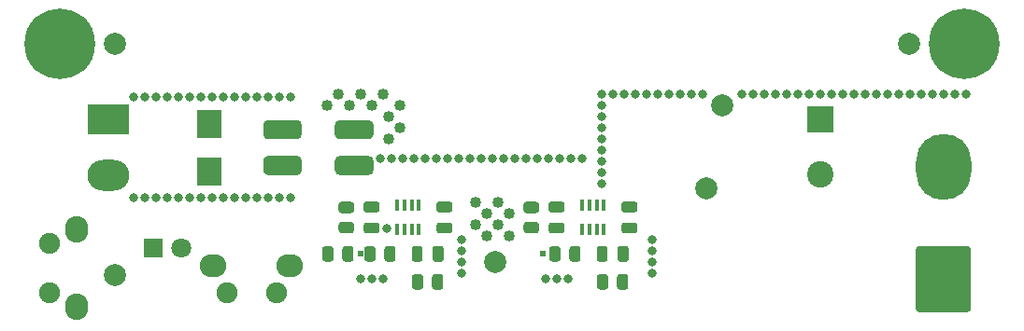
<source format=gts>
%TF.GenerationSoftware,KiCad,Pcbnew,5.1.12-84ad8e8a86~92~ubuntu18.04.1*%
%TF.CreationDate,2023-04-20T21:37:03+02:00*%
%TF.ProjectId,transient-dc-protection,7472616e-7369-4656-9e74-2d64632d7072,rev?*%
%TF.SameCoordinates,Original*%
%TF.FileFunction,Soldermask,Top*%
%TF.FilePolarity,Negative*%
%FSLAX46Y46*%
G04 Gerber Fmt 4.6, Leading zero omitted, Abs format (unit mm)*
G04 Created by KiCad (PCBNEW 5.1.12-84ad8e8a86~92~ubuntu18.04.1) date 2023-04-20 21:37:03*
%MOMM*%
%LPD*%
G01*
G04 APERTURE LIST*
%ADD10C,2.000000*%
%ADD11C,6.400000*%
%ADD12O,5.000000X6.000000*%
%ADD13R,2.400000X2.400000*%
%ADD14C,2.400000*%
%ADD15R,2.300000X2.500000*%
%ADD16R,1.800000X1.800000*%
%ADD17C,1.800000*%
%ADD18R,3.800000X2.800000*%
%ADD19O,3.800000X2.800000*%
%ADD20O,2.400000X2.100000*%
%ADD21C,1.900000*%
%ADD22O,2.100000X2.400000*%
%ADD23R,0.400000X1.060000*%
%ADD24C,0.812800*%
%ADD25C,1.016000*%
%ADD26C,0.609600*%
G04 APERTURE END LIST*
%TO.C,L1*%
G36*
G01*
X22432000Y-12274500D02*
X22432000Y-11399500D01*
G75*
G02*
X22869500Y-10962000I437500J0D01*
G01*
X25494500Y-10962000D01*
G75*
G02*
X25932000Y-11399500I0J-437500D01*
G01*
X25932000Y-12274500D01*
G75*
G02*
X25494500Y-12712000I-437500J0D01*
G01*
X22869500Y-12712000D01*
G75*
G02*
X22432000Y-12274500I0J437500D01*
G01*
G37*
G36*
G01*
X22432000Y-15524500D02*
X22432000Y-14649500D01*
G75*
G02*
X22869500Y-14212000I437500J0D01*
G01*
X25494500Y-14212000D01*
G75*
G02*
X25932000Y-14649500I0J-437500D01*
G01*
X25932000Y-15524500D01*
G75*
G02*
X25494500Y-15962000I-437500J0D01*
G01*
X22869500Y-15962000D01*
G75*
G02*
X22432000Y-15524500I0J437500D01*
G01*
G37*
G36*
G01*
X28932000Y-15524500D02*
X28932000Y-14649500D01*
G75*
G02*
X29369500Y-14212000I437500J0D01*
G01*
X31994500Y-14212000D01*
G75*
G02*
X32432000Y-14649500I0J-437500D01*
G01*
X32432000Y-15524500D01*
G75*
G02*
X31994500Y-15962000I-437500J0D01*
G01*
X29369500Y-15962000D01*
G75*
G02*
X28932000Y-15524500I0J437500D01*
G01*
G37*
G36*
G01*
X28932000Y-12274500D02*
X28932000Y-11399500D01*
G75*
G02*
X29369500Y-10962000I437500J0D01*
G01*
X31994500Y-10962000D01*
G75*
G02*
X32432000Y-11399500I0J-437500D01*
G01*
X32432000Y-12274500D01*
G75*
G02*
X31994500Y-12712000I-437500J0D01*
G01*
X29369500Y-12712000D01*
G75*
G02*
X28932000Y-12274500I0J437500D01*
G01*
G37*
%TD*%
D10*
%TO.C,REF\u002A\u002A*%
X43434000Y-23876000D03*
%TD*%
%TO.C,REF\u002A\u002A*%
X9000000Y-25000000D03*
%TD*%
%TO.C,REF\u002A\u002A*%
X81000000Y-4064000D03*
%TD*%
D11*
%TO.C,REF\u002A\u002A*%
X86000000Y-4000000D03*
%TD*%
%TO.C,REF\u002A\u002A*%
X4000000Y-4000000D03*
%TD*%
D10*
%TO.C,REF\u002A\u002A*%
X9000000Y-4064000D03*
%TD*%
%TO.C,J2*%
G36*
G01*
X86264000Y-28400000D02*
X81884000Y-28400000D01*
G75*
G02*
X81574000Y-28090000I0J310000D01*
G01*
X81574000Y-22710000D01*
G75*
G02*
X81884000Y-22400000I310000J0D01*
G01*
X86264000Y-22400000D01*
G75*
G02*
X86574000Y-22710000I0J-310000D01*
G01*
X86574000Y-28090000D01*
G75*
G02*
X86264000Y-28400000I-310000J0D01*
G01*
G37*
D12*
X84074000Y-15240000D03*
%TD*%
%TO.C,C1*%
G36*
G01*
X31783000Y-20262000D02*
X32733000Y-20262000D01*
G75*
G02*
X32983000Y-20512000I0J-250000D01*
G01*
X32983000Y-21012000D01*
G75*
G02*
X32733000Y-21262000I-250000J0D01*
G01*
X31783000Y-21262000D01*
G75*
G02*
X31533000Y-21012000I0J250000D01*
G01*
X31533000Y-20512000D01*
G75*
G02*
X31783000Y-20262000I250000J0D01*
G01*
G37*
G36*
G01*
X31783000Y-18362000D02*
X32733000Y-18362000D01*
G75*
G02*
X32983000Y-18612000I0J-250000D01*
G01*
X32983000Y-19112000D01*
G75*
G02*
X32733000Y-19362000I-250000J0D01*
G01*
X31783000Y-19362000D01*
G75*
G02*
X31533000Y-19112000I0J250000D01*
G01*
X31533000Y-18612000D01*
G75*
G02*
X31783000Y-18362000I250000J0D01*
G01*
G37*
%TD*%
%TO.C,C2*%
G36*
G01*
X38387000Y-18362000D02*
X39337000Y-18362000D01*
G75*
G02*
X39587000Y-18612000I0J-250000D01*
G01*
X39587000Y-19112000D01*
G75*
G02*
X39337000Y-19362000I-250000J0D01*
G01*
X38387000Y-19362000D01*
G75*
G02*
X38137000Y-19112000I0J250000D01*
G01*
X38137000Y-18612000D01*
G75*
G02*
X38387000Y-18362000I250000J0D01*
G01*
G37*
G36*
G01*
X38387000Y-20262000D02*
X39337000Y-20262000D01*
G75*
G02*
X39587000Y-20512000I0J-250000D01*
G01*
X39587000Y-21012000D01*
G75*
G02*
X39337000Y-21262000I-250000J0D01*
G01*
X38387000Y-21262000D01*
G75*
G02*
X38137000Y-21012000I0J250000D01*
G01*
X38137000Y-20512000D01*
G75*
G02*
X38387000Y-20262000I250000J0D01*
G01*
G37*
%TD*%
D13*
%TO.C,C3*%
X72898000Y-10922000D03*
D14*
X72898000Y-15922000D03*
%TD*%
%TO.C,C4*%
G36*
G01*
X35888000Y-23589000D02*
X35888000Y-22639000D01*
G75*
G02*
X36138000Y-22389000I250000J0D01*
G01*
X36638000Y-22389000D01*
G75*
G02*
X36888000Y-22639000I0J-250000D01*
G01*
X36888000Y-23589000D01*
G75*
G02*
X36638000Y-23839000I-250000J0D01*
G01*
X36138000Y-23839000D01*
G75*
G02*
X35888000Y-23589000I0J250000D01*
G01*
G37*
G36*
G01*
X37788000Y-23589000D02*
X37788000Y-22639000D01*
G75*
G02*
X38038000Y-22389000I250000J0D01*
G01*
X38538000Y-22389000D01*
G75*
G02*
X38788000Y-22639000I0J-250000D01*
G01*
X38788000Y-23589000D01*
G75*
G02*
X38538000Y-23839000I-250000J0D01*
G01*
X38038000Y-23839000D01*
G75*
G02*
X37788000Y-23589000I0J250000D01*
G01*
G37*
%TD*%
%TO.C,C5*%
G36*
G01*
X48547000Y-20262000D02*
X49497000Y-20262000D01*
G75*
G02*
X49747000Y-20512000I0J-250000D01*
G01*
X49747000Y-21012000D01*
G75*
G02*
X49497000Y-21262000I-250000J0D01*
G01*
X48547000Y-21262000D01*
G75*
G02*
X48297000Y-21012000I0J250000D01*
G01*
X48297000Y-20512000D01*
G75*
G02*
X48547000Y-20262000I250000J0D01*
G01*
G37*
G36*
G01*
X48547000Y-18362000D02*
X49497000Y-18362000D01*
G75*
G02*
X49747000Y-18612000I0J-250000D01*
G01*
X49747000Y-19112000D01*
G75*
G02*
X49497000Y-19362000I-250000J0D01*
G01*
X48547000Y-19362000D01*
G75*
G02*
X48297000Y-19112000I0J250000D01*
G01*
X48297000Y-18612000D01*
G75*
G02*
X48547000Y-18362000I250000J0D01*
G01*
G37*
%TD*%
%TO.C,C6*%
G36*
G01*
X55151000Y-18362000D02*
X56101000Y-18362000D01*
G75*
G02*
X56351000Y-18612000I0J-250000D01*
G01*
X56351000Y-19112000D01*
G75*
G02*
X56101000Y-19362000I-250000J0D01*
G01*
X55151000Y-19362000D01*
G75*
G02*
X54901000Y-19112000I0J250000D01*
G01*
X54901000Y-18612000D01*
G75*
G02*
X55151000Y-18362000I250000J0D01*
G01*
G37*
G36*
G01*
X55151000Y-20262000D02*
X56101000Y-20262000D01*
G75*
G02*
X56351000Y-20512000I0J-250000D01*
G01*
X56351000Y-21012000D01*
G75*
G02*
X56101000Y-21262000I-250000J0D01*
G01*
X55151000Y-21262000D01*
G75*
G02*
X54901000Y-21012000I0J250000D01*
G01*
X54901000Y-20512000D01*
G75*
G02*
X55151000Y-20262000I250000J0D01*
G01*
G37*
%TD*%
%TO.C,C7*%
G36*
G01*
X54552000Y-23589000D02*
X54552000Y-22639000D01*
G75*
G02*
X54802000Y-22389000I250000J0D01*
G01*
X55302000Y-22389000D01*
G75*
G02*
X55552000Y-22639000I0J-250000D01*
G01*
X55552000Y-23589000D01*
G75*
G02*
X55302000Y-23839000I-250000J0D01*
G01*
X54802000Y-23839000D01*
G75*
G02*
X54552000Y-23589000I0J250000D01*
G01*
G37*
G36*
G01*
X52652000Y-23589000D02*
X52652000Y-22639000D01*
G75*
G02*
X52902000Y-22389000I250000J0D01*
G01*
X53402000Y-22389000D01*
G75*
G02*
X53652000Y-22639000I0J-250000D01*
G01*
X53652000Y-23589000D01*
G75*
G02*
X53402000Y-23839000I-250000J0D01*
G01*
X52902000Y-23839000D01*
G75*
G02*
X52652000Y-23589000I0J250000D01*
G01*
G37*
%TD*%
D15*
%TO.C,D1*%
X17526000Y-15612000D03*
X17526000Y-11312000D03*
%TD*%
D16*
%TO.C,D2*%
X12446000Y-22606000D03*
D17*
X14986000Y-22606000D03*
%TD*%
D18*
%TO.C,J1*%
X8382000Y-10922000D03*
D19*
X8382000Y-16002000D03*
%TD*%
%TO.C,R1*%
G36*
G01*
X29521999Y-20212000D02*
X30422001Y-20212000D01*
G75*
G02*
X30672000Y-20461999I0J-249999D01*
G01*
X30672000Y-20987001D01*
G75*
G02*
X30422001Y-21237000I-249999J0D01*
G01*
X29521999Y-21237000D01*
G75*
G02*
X29272000Y-20987001I0J249999D01*
G01*
X29272000Y-20461999D01*
G75*
G02*
X29521999Y-20212000I249999J0D01*
G01*
G37*
G36*
G01*
X29521999Y-18387000D02*
X30422001Y-18387000D01*
G75*
G02*
X30672000Y-18636999I0J-249999D01*
G01*
X30672000Y-19162001D01*
G75*
G02*
X30422001Y-19412000I-249999J0D01*
G01*
X29521999Y-19412000D01*
G75*
G02*
X29272000Y-19162001I0J249999D01*
G01*
X29272000Y-18636999D01*
G75*
G02*
X29521999Y-18387000I249999J0D01*
G01*
G37*
%TD*%
%TO.C,R2*%
G36*
G01*
X38763000Y-25203999D02*
X38763000Y-26104001D01*
G75*
G02*
X38513001Y-26354000I-249999J0D01*
G01*
X37987999Y-26354000D01*
G75*
G02*
X37738000Y-26104001I0J249999D01*
G01*
X37738000Y-25203999D01*
G75*
G02*
X37987999Y-24954000I249999J0D01*
G01*
X38513001Y-24954000D01*
G75*
G02*
X38763000Y-25203999I0J-249999D01*
G01*
G37*
G36*
G01*
X36938000Y-25203999D02*
X36938000Y-26104001D01*
G75*
G02*
X36688001Y-26354000I-249999J0D01*
G01*
X36162999Y-26354000D01*
G75*
G02*
X35913000Y-26104001I0J249999D01*
G01*
X35913000Y-25203999D01*
G75*
G02*
X36162999Y-24954000I249999J0D01*
G01*
X36688001Y-24954000D01*
G75*
G02*
X36938000Y-25203999I0J-249999D01*
G01*
G37*
%TD*%
%TO.C,R3*%
G36*
G01*
X31595000Y-23564001D02*
X31595000Y-22663999D01*
G75*
G02*
X31844999Y-22414000I249999J0D01*
G01*
X32370001Y-22414000D01*
G75*
G02*
X32620000Y-22663999I0J-249999D01*
G01*
X32620000Y-23564001D01*
G75*
G02*
X32370001Y-23814000I-249999J0D01*
G01*
X31844999Y-23814000D01*
G75*
G02*
X31595000Y-23564001I0J249999D01*
G01*
G37*
G36*
G01*
X33420000Y-23564001D02*
X33420000Y-22663999D01*
G75*
G02*
X33669999Y-22414000I249999J0D01*
G01*
X34195001Y-22414000D01*
G75*
G02*
X34445000Y-22663999I0J-249999D01*
G01*
X34445000Y-23564001D01*
G75*
G02*
X34195001Y-23814000I-249999J0D01*
G01*
X33669999Y-23814000D01*
G75*
G02*
X33420000Y-23564001I0J249999D01*
G01*
G37*
%TD*%
%TO.C,R4*%
G36*
G01*
X30635000Y-22663999D02*
X30635000Y-23564001D01*
G75*
G02*
X30385001Y-23814000I-249999J0D01*
G01*
X29859999Y-23814000D01*
G75*
G02*
X29610000Y-23564001I0J249999D01*
G01*
X29610000Y-22663999D01*
G75*
G02*
X29859999Y-22414000I249999J0D01*
G01*
X30385001Y-22414000D01*
G75*
G02*
X30635000Y-22663999I0J-249999D01*
G01*
G37*
G36*
G01*
X28810000Y-22663999D02*
X28810000Y-23564001D01*
G75*
G02*
X28560001Y-23814000I-249999J0D01*
G01*
X28034999Y-23814000D01*
G75*
G02*
X27785000Y-23564001I0J249999D01*
G01*
X27785000Y-22663999D01*
G75*
G02*
X28034999Y-22414000I249999J0D01*
G01*
X28560001Y-22414000D01*
G75*
G02*
X28810000Y-22663999I0J-249999D01*
G01*
G37*
%TD*%
%TO.C,R5*%
G36*
G01*
X46285999Y-18387000D02*
X47186001Y-18387000D01*
G75*
G02*
X47436000Y-18636999I0J-249999D01*
G01*
X47436000Y-19162001D01*
G75*
G02*
X47186001Y-19412000I-249999J0D01*
G01*
X46285999Y-19412000D01*
G75*
G02*
X46036000Y-19162001I0J249999D01*
G01*
X46036000Y-18636999D01*
G75*
G02*
X46285999Y-18387000I249999J0D01*
G01*
G37*
G36*
G01*
X46285999Y-20212000D02*
X47186001Y-20212000D01*
G75*
G02*
X47436000Y-20461999I0J-249999D01*
G01*
X47436000Y-20987001D01*
G75*
G02*
X47186001Y-21237000I-249999J0D01*
G01*
X46285999Y-21237000D01*
G75*
G02*
X46036000Y-20987001I0J249999D01*
G01*
X46036000Y-20461999D01*
G75*
G02*
X46285999Y-20212000I249999J0D01*
G01*
G37*
%TD*%
%TO.C,R6*%
G36*
G01*
X53702000Y-25203999D02*
X53702000Y-26104001D01*
G75*
G02*
X53452001Y-26354000I-249999J0D01*
G01*
X52926999Y-26354000D01*
G75*
G02*
X52677000Y-26104001I0J249999D01*
G01*
X52677000Y-25203999D01*
G75*
G02*
X52926999Y-24954000I249999J0D01*
G01*
X53452001Y-24954000D01*
G75*
G02*
X53702000Y-25203999I0J-249999D01*
G01*
G37*
G36*
G01*
X55527000Y-25203999D02*
X55527000Y-26104001D01*
G75*
G02*
X55277001Y-26354000I-249999J0D01*
G01*
X54751999Y-26354000D01*
G75*
G02*
X54502000Y-26104001I0J249999D01*
G01*
X54502000Y-25203999D01*
G75*
G02*
X54751999Y-24954000I249999J0D01*
G01*
X55277001Y-24954000D01*
G75*
G02*
X55527000Y-25203999I0J-249999D01*
G01*
G37*
%TD*%
%TO.C,R7*%
G36*
G01*
X50184000Y-23564001D02*
X50184000Y-22663999D01*
G75*
G02*
X50433999Y-22414000I249999J0D01*
G01*
X50959001Y-22414000D01*
G75*
G02*
X51209000Y-22663999I0J-249999D01*
G01*
X51209000Y-23564001D01*
G75*
G02*
X50959001Y-23814000I-249999J0D01*
G01*
X50433999Y-23814000D01*
G75*
G02*
X50184000Y-23564001I0J249999D01*
G01*
G37*
G36*
G01*
X48359000Y-23564001D02*
X48359000Y-22663999D01*
G75*
G02*
X48608999Y-22414000I249999J0D01*
G01*
X49134001Y-22414000D01*
G75*
G02*
X49384000Y-22663999I0J-249999D01*
G01*
X49384000Y-23564001D01*
G75*
G02*
X49134001Y-23814000I-249999J0D01*
G01*
X48608999Y-23814000D01*
G75*
G02*
X48359000Y-23564001I0J249999D01*
G01*
G37*
%TD*%
D10*
%TO.C,RV1*%
X64008000Y-9652000D03*
X62608000Y-17152000D03*
%TD*%
D20*
%TO.C,SW1*%
X17862000Y-24180000D03*
D21*
X19122000Y-26670000D03*
X23622000Y-26670000D03*
D20*
X24872000Y-24180000D03*
%TD*%
D22*
%TO.C,SW2*%
X5538000Y-27920000D03*
D21*
X3048000Y-26670000D03*
X3048000Y-22170000D03*
D22*
X5538000Y-20910000D03*
%TD*%
D23*
%TO.C,U1*%
X34580000Y-20912000D03*
X35230000Y-20912000D03*
X35890000Y-20912000D03*
X36540000Y-20912000D03*
X36540000Y-18712000D03*
X35890000Y-18712000D03*
X35230000Y-18712000D03*
X34580000Y-18712000D03*
%TD*%
%TO.C,U2*%
X51344000Y-18712000D03*
X51994000Y-18712000D03*
X52654000Y-18712000D03*
X53304000Y-18712000D03*
X53304000Y-20912000D03*
X52654000Y-20912000D03*
X51994000Y-20912000D03*
X51344000Y-20912000D03*
%TD*%
D24*
X33655000Y-20828000D03*
D25*
X29210000Y-8636000D03*
X30226000Y-9652000D03*
X31242000Y-8636000D03*
X32258000Y-9652000D03*
X33274000Y-8636000D03*
X33782000Y-10668000D03*
X34798000Y-11684000D03*
X33782000Y-12700000D03*
D24*
X40386000Y-22860000D03*
X40386000Y-24892000D03*
X57658000Y-23876000D03*
X57658000Y-22860000D03*
X49022000Y-25400000D03*
X40386000Y-23876000D03*
X57658000Y-24892000D03*
X40386000Y-21844000D03*
X48006000Y-25400000D03*
X50038000Y-25400000D03*
X32258000Y-25400000D03*
X31242000Y-25400000D03*
X33274000Y-25400000D03*
X57658000Y-21844000D03*
D25*
X28194000Y-9652000D03*
X34798000Y-9652000D03*
D24*
X33020000Y-14478000D03*
X34036000Y-14478000D03*
X35052000Y-14478000D03*
X48260000Y-14478000D03*
X51308000Y-14478000D03*
X50292000Y-14478000D03*
X49276000Y-14478000D03*
X47244000Y-14478000D03*
X46228000Y-14478000D03*
X45212000Y-14478000D03*
X44196000Y-14478000D03*
X43180000Y-14478000D03*
X42164000Y-14478000D03*
X41148000Y-14478000D03*
X40132000Y-14478000D03*
X39116000Y-14478000D03*
X38100000Y-14478000D03*
X37084000Y-14478000D03*
X36068000Y-14478000D03*
D26*
X47752000Y-23114000D03*
X31242000Y-23114000D03*
D25*
X41656000Y-18415000D03*
X43688000Y-18415000D03*
X41656000Y-20447000D03*
X42672000Y-19431000D03*
X42672000Y-21463000D03*
X43688000Y-20447000D03*
X44704000Y-19431000D03*
X44704000Y-21463000D03*
D24*
X86106000Y-8636000D03*
X85090000Y-8636000D03*
X84074000Y-8636000D03*
X83058000Y-8636000D03*
X82042000Y-8636000D03*
X81026000Y-8636000D03*
X80010000Y-8636000D03*
X78994000Y-8636000D03*
X77978000Y-8636000D03*
X76962000Y-8636000D03*
X75946000Y-8636000D03*
X74930000Y-8636000D03*
X73914000Y-8636000D03*
X72898000Y-8636000D03*
X71882000Y-8636000D03*
X70866000Y-8636000D03*
X69850000Y-8636000D03*
X68834000Y-8636000D03*
X67818000Y-8636000D03*
X66802000Y-8636000D03*
X65786000Y-8636000D03*
X62230000Y-8636000D03*
X61214000Y-8636000D03*
X60198000Y-8636000D03*
X59182000Y-8636000D03*
X58166000Y-8636000D03*
X57150000Y-8636000D03*
X56134000Y-8636000D03*
X55118000Y-8636000D03*
X54102000Y-8636000D03*
X53086000Y-8636000D03*
X53086000Y-9652000D03*
X53086000Y-10668000D03*
X53086000Y-11684000D03*
X53086000Y-12700000D03*
X53086000Y-13716000D03*
X53086000Y-14732000D03*
X53086000Y-15748000D03*
X53086000Y-16764000D03*
X24892000Y-18034000D03*
X23876000Y-18034000D03*
X22860000Y-18034000D03*
X21844000Y-18034000D03*
X20828000Y-18034000D03*
X19812000Y-18034000D03*
X18796000Y-18034000D03*
X17780000Y-18034000D03*
X16764000Y-18034000D03*
X15748000Y-18034000D03*
X14732000Y-18034000D03*
X13716000Y-18034000D03*
X12700000Y-18034000D03*
X11684000Y-18034000D03*
X10668000Y-18034000D03*
X24892000Y-8890000D03*
X23876000Y-8890000D03*
X10668000Y-8890000D03*
X11684000Y-8890000D03*
X12700000Y-8890000D03*
X13716000Y-8890000D03*
X14732000Y-8890000D03*
X15748000Y-8890000D03*
X16764000Y-8890000D03*
X17780000Y-8890000D03*
X18796000Y-8890000D03*
X19812000Y-8890000D03*
X20828000Y-8890000D03*
X21844000Y-8890000D03*
X22860000Y-8890000D03*
M02*

</source>
